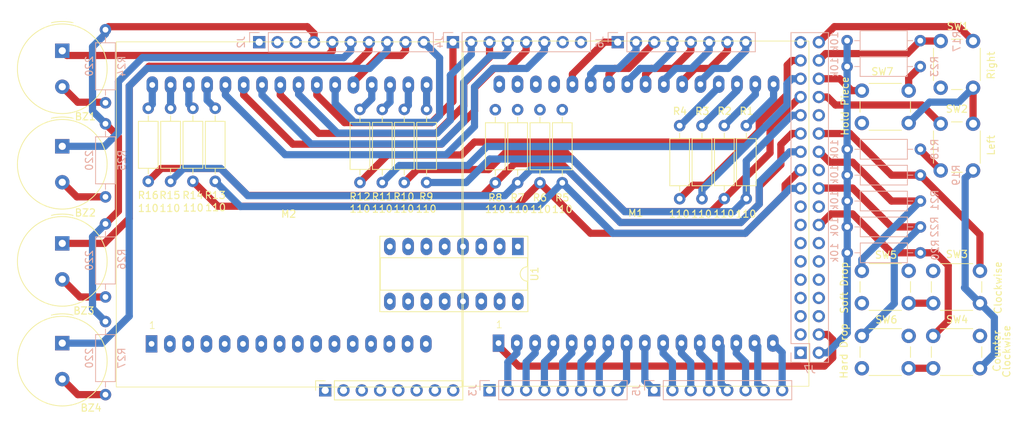
<source format=kicad_pcb>
(kicad_pcb (version 20221018) (generator pcbnew)
  (title_block (date "mar. 31 mars 2015"))
  (layers (0 "F.Cu" signal) (31 "B.Cu" signal) (34 "B.Paste" user) (35 "F.Paste" user) (36 "B.SilkS" user "B.Silkscreen") (37 "F.SilkS" user "F.Silkscreen") (38 "B.Mask" user) (39 "F.Mask" user) (44 "Edge.Cuts" user))
  (net 0 "")
  (net 1 "GND")
  (net 2 "/*52")
  (net 3 "/53")
  (net 4 "/50")
  (net 5 "/51")
  (net 6 "/48")
  (net 7 "/49")
  (net 8 "/*46")
  (net 9 "/47")
  (net 10 "/*44")
  (net 11 "/*45")
  (net 12 "/42")
  (net 13 "/43")
  (net 14 "/40")
  (net 15 "/41")
  (net 16 "/38")
  (net 17 "/39")
  (net 18 "/36")
  (net 19 "/37")
  (net 20 "/34")
  (net 21 "/35")
  (net 22 "/32")
  (net 23 "/33")
  (net 24 "/30")
  (net 25 "/31")
  (net 26 "/28")
  (net 27 "/29")
  (net 28 "/26")
  (net 29 "/24")
  (net 30 "/25")
  (net 31 "/22")
  (net 32 "/23")
  (net 33 "+5V")
  (net 34 "/A0")
  (net 35 "/A1")
  (net 36 "/A2")
  (net 37 "/A3")
  (net 38 "/A4")
  (net 39 "/A5")
  (net 40 "/A6")
  (net 41 "/A7")
  (net 42 "/A8")
  (net 43 "/A9")
  (net 44 "/A10")
  (net 45 "/A11")
  (net 46 "/A12")
  (net 47 "/A13")
  (net 48 "/A14")
  (net 49 "/A15")
  (net 50 "/AREF")
  (net 51 "/*13")
  (net 52 "/*12")
  (net 53 "/*11")
  (net 54 "/*10")
  (net 55 "/*9")
  (net 56 "/*8")
  (net 57 "/*7")
  (net 58 "/*6")
  (net 59 "/*5")
  (net 60 "/*4")
  (net 61 "/*3")
  (net 62 "/*2")
  (net 63 "/TX0{slash}1")
  (net 64 "/RX0{slash}0")
  (net 65 "/TX3{slash}14")
  (net 66 "/RX3{slash}15")
  (net 67 "/TX2{slash}16")
  (net 68 "/RX2{slash}17")
  (net 69 "/TX1{slash}18")
  (net 70 "/RX1{slash}19")
  (net 71 "/SDA{slash}20")
  (net 72 "/SCL{slash}21")
  (net 73 "Net-(M1-P_1)")
  (net 74 "Net-(M1-P_2)")
  (net 75 "Net-(M1-P_3)")
  (net 76 "Net-(M1-P_4)")
  (net 77 "Net-(M1-P_5)")
  (net 78 "Net-(M1-P_6)")
  (net 79 "Net-(M1-P_7)")
  (net 80 "Net-(M1-P_8)")
  (net 81 "Net-(M2-P_1)")
  (net 82 "Net-(M2-P_2)")
  (net 83 "Net-(M2-P_3)")
  (net 84 "Net-(M2-P_4)")
  (net 85 "Net-(M2-P_5)")
  (net 86 "Net-(M2-P_6)")
  (net 87 "Net-(M2-P_7)")
  (net 88 "Net-(M2-P_8)")
  (net 89 "Net-(BZ1-+)")
  (net 90 "Net-(BZ2-+)")
  (net 91 "Net-(BZ3-+)")
  (net 92 "Net-(BZ4-+)")
  (net 125 "/27")
  (footprint "Resistor_THT:R_Axial_DIN0207_L6.3mm_D2.5mm_P10.16mm_Horizontal" (layer "F.Cu") (at 107.1 91.4 -90)
    (fp_text reference "R13")
    (fp_text value "110")
  )
  (footprint "Resistor_THT:R_Axial_DIN0207_L6.3mm_D2.5mm_P10.16mm_Horizontal" (layer "F.Cu") (at 104 91.4 -90)
    (fp_text reference "R14")
    (fp_text value "110")
  )
  (footprint "Button_Switch_THT:SW_PUSH_6mm_H4.3mm" (layer "F.Cu") (at 206.807 114)
    (fp_text reference "SW3")
    (fp_text value "SW_Push")
  )
  (footprint "Button_Switch_THT:SW_PUSH_6mm_H4.3mm" (layer "F.Cu") (at 196.907 123.05)
    (fp_text reference "SW6")
    (fp_text value "SW_Push")
  )
  (footprint "Resistor_THT:R_Axial_DIN0207_L6.3mm_D2.5mm_P10.16mm_Horizontal" (layer "F.Cu") (at 177.8 103.96 90)
    (fp_text reference "R2")
    (fp_text value "110")
  )
  (footprint "Resistor_THT:R_Axial_DIN0207_L6.3mm_D2.5mm_P10.16mm_Horizontal" (layer "F.Cu") (at 174.7 103.98 90)
    (fp_text reference "R3")
    (fp_text value "110")
  )
  (footprint "Resistor_THT:R_Axial_DIN0207_L6.3mm_D2.5mm_P10.16mm_Horizontal" (layer "F.Cu") (at 100.9 91.4 -90)
    (fp_text reference "R15")
    (fp_text value "110")
  )
  (footprint "Button_Switch_THT:SW_PUSH_6mm_H4.3mm" (layer "F.Cu") (at 196.907 114)
    (fp_text reference "SW5")
    (fp_text value "SW_Push")
  )
  (footprint "RGBMatrix:RGBMatrix" (layer "F.Cu") (at 165.547 106.06)
    (fp_text reference "M1")
    (fp_text value "RGBMatrix")
  )
  (footprint "Button_Switch_THT:SW_PUSH_6mm_H4.3mm" (layer "F.Cu") (at 206.807 123.05)
    (fp_text reference "SW4")
    (fp_text value "SW_Push")
  )
  (footprint "Resistor_THT:R_Axial_DIN0207_L6.3mm_D2.5mm_P10.16mm_Horizontal" (layer "F.Cu") (at 155.3 91.6 -90)
    (fp_text reference "R5")
    (fp_text value "110")
  )
  (footprint "Buzzer_Beeper:Buzzer_TDK_PS1240P02BT_D12.2mm_H6.5mm" (layer "F.Cu") (at 85.857 124.06 -90)
    (fp_text reference "BZ4")
    (fp_text value "Passive Buzzer")
  )
  (footprint "Button_Switch_THT:SW_PUSH_6mm_H4.3mm" (layer "F.Cu") (at 196.907 88.95)
    (fp_text reference "SW7")
    (fp_text value "SW_Push")
  )
  (footprint "RGBMatrix:RGBMatrix" (layer "F.Cu") (at 117.357 106.16)
    (fp_text reference "M2")
    (fp_text value "RGBMatrix")
  )
  (footprint "Buzzer_Beeper:Buzzer_TDK_PS1240P02BT_D12.2mm_H6.5mm" (layer "F.Cu") (at 85.857 110.189216 -90)
    (fp_text reference "BZ3")
    (fp_text value "Passive Buzzer")
  )
  (footprint "Connector_PinSocket_2.54mm:PinSocket_1x08_P2.54mm_Vertical" (layer "F.Cu") (at 122.375 130.625 90)
    (fp_text reference "J1" hide)
    (fp_text value "Power")
  )
  (footprint "Buzzer_Beeper:Buzzer_TDK_PS1240P02BT_D12.2mm_H6.5mm" (layer "F.Cu") (at 85.857 83.40843 -90)
    (fp_text reference "BZ1")
    (fp_text value "Passive Buzzer")
  )
  (footprint "Resistor_THT:R_Axial_DIN0207_L6.3mm_D2.5mm_P10.16mm_Horizontal" (layer "F.Cu") (at 130.3 101.72 90)
    (fp_text reference "R11")
    (fp_text value "110")
  )
  (footprint "Resistor_THT:R_Axial_DIN0207_L6.3mm_D2.5mm_P10.16mm_Horizontal" (layer "F.Cu") (at 127.2 101.72 90)
    (fp_text reference "R12")
    (fp_text value "110")
  )
  (footprint "Resistor_THT:R_Axial_DIN0207_L6.3mm_D2.5mm_P10.16mm_Horizontal" (layer "F.Cu") (at 180.857 103.97 90)
    (fp_text reference "R1")
    (fp_text value "110")
  )
  (footprint "Resistor_THT:R_Axial_DIN0207_L6.3mm_D2.5mm_P10.16mm_Horizontal" (layer "F.Cu") (at 97.8 91.4 -90)
    (fp_text reference "R16")
    (fp_text value "110")
  )
  (footprint "Resistor_THT:R_Axial_DIN0207_L6.3mm_D2.5mm_P10.16mm_Horizontal" (layer "F.Cu") (at 136.457 101.72 90)
    (fp_text reference "R9")
    (fp_text value "110")
  )
  (footprint "Resistor_THT:R_Axial_DIN0207_L6.3mm_D2.5mm_P10.16mm_Horizontal" (layer "F.Cu") (at 133.357 101.72 90)
    (fp_text reference "R10")
    (fp_text value "110")
  )
  (footprint "Resistor_THT:R_Axial_DIN0207_L6.3mm_D2.5mm_P10.16mm_Horizontal" (layer "F.Cu") (at 149.1 91.6 -90)
    (fp_text reference "R7")
    (fp_text value "110")
  )
  (footprint "Resistor_THT:R_Axial_DIN0207_L6.3mm_D2.5mm_P10.16mm_Horizontal" (layer "F.Cu") (at 152.2 91.6 -90)
    (fp_text reference "R6")
    (fp_text value "110")
  )
  (footprint "Button_Switch_THT:SW_PUSH_6mm_H4.3mm" (layer "F.Cu") (at 207.85 100.05 90)
    (fp_text reference "SW2")
    (fp_text value "SW_Push")
  )
  (footprint "Buzzer_Beeper:Buzzer_TDK_PS1240P02BT_D12.2mm_H6.5mm" (layer "F.Cu") (at 85.857 96.689216 -90)
    (fp_text reference "BZ2")
    (fp_text value "Passive Buzzer")
  )
  (footprint "Button_Switch_THT:SW_PUSH_6mm_H4.3mm" (layer "F.Cu") (at 207.85 88.55 90)
    (fp_text reference "SW1")
    (fp_text value "SW_Push")
  )
  (footprint "Resistor_THT:R_Axial_DIN0207_L6.3mm_D2.5mm_P10.16mm_Horizontal" (layer "F.Cu") (at 171.6 103.98 90)
    (fp_text reference "R4")
    (fp_text value "110")
  )
  (footprint "Package_DIP:DIP-16_W7.62mm_Socket_LongPads" (layer "F.Cu") (at 149.13 110.63 -90)
    (fp_text reference "U1")
    (fp_text value "74AHC595")
  )
  (footprint "Resistor_THT:R_Axial_DIN0207_L6.3mm_D2.5mm_P10.16mm_Horizontal" (layer "F.Cu") (at 146 91.6 -90)
    (fp_text reference "R8")
    (fp_text value "110")
  )
  (footprint "Connector_PinHeader_2.54mm:PinHeader_2x18_P2.54mm_Vertical" (layer "B.Cu") (at 188.392 125.395)
    (fp_text reference "J7")
    (fp_text value "Digital")
  )
  (footprint "Resistor_THT:R_Axial_DIN0207_L6.3mm_D2.5mm_P10.16mm_Horizontal" (layer "B.Cu") (at 91.857 121.06 -90)
    (fp_text reference "R27")
    (fp_text value "220")
  )
  (footprint "Connector_PinHeader_2.54mm:PinHeader_1x10_P2.54mm_Vertical" (layer "B.Cu") (at 113.207 82.21 -90)
    (fp_text reference "J2")
    (fp_text value "PWM")
  )
  (footprint "Resistor_THT:R_Axial_DIN0207_L6.3mm_D2.5mm_P10.16mm_Horizontal" (layer "B.Cu") (at 194.877 100.7)
    (fp_text reference "R19")
    (fp_text value "10k")
  )
  (footprint "Resistor_THT:R_Axial_DIN0207_L6.3mm_D2.5mm_P10.16mm_Horizontal" (layer "B.Cu") (at 91.857 93.56 -90)
    (fp_text reference "R25")
    (fp_text value "220")
  )
  (footprint "Resistor_THT:R_Axial_DIN0207_L6.3mm_D2.5mm_P10.16mm_Horizontal" (layer "B.Cu") (at 194.877 97.1)
    (fp_text reference "R18")
    (fp_text value "10k")
  )
  (footprint "Resistor_THT:R_Axial_DIN0207_L6.3mm_D2.5mm_P10.16mm_Horizontal" (layer "B.Cu") (at 194.857 82)
    (fp_text reference "R17")
    (fp_text value "10k")
  )
  (footprint "Resistor_THT:R_Axial_DIN0207_L6.3mm_D2.5mm_P10.16mm_Horizontal" (layer "B.Cu") (at 91.857 107.48 -90)
    (fp_text reference "R26")
    (fp_text value "220")
  )
  (footprint "Connector_PinHeader_2.54mm:PinHeader_1x08_P2.54mm_Vertical" (layer "B.Cu") (at 168.057 130.6 -90)
    (fp_text reference "J5")
    (fp_text value "Analog")
  )
  (footprint "Resistor_THT:R_Axial_DIN0207_L6.3mm_D2.5mm_P10.16mm_Horizontal" (layer "B.Cu") (at 205.037 107.9 180)
    (fp_text reference "R22")
    (fp_text value "10k")
  )
  (footprint "Resistor_THT:R_Axial_DIN0207_L6.3mm_D2.5mm_P10.16mm_Horizontal" (layer "B.Cu") (at 205.017 85.6 180)
    (fp_text reference "R23")
    (fp_text value "10k")
  )
  (footprint "Resistor_THT:R_Axial_DIN0207_L6.3mm_D2.5mm_P10.16mm_Horizontal" (layer "B.Cu") (at 91.857 80.48 -90)
    (fp_text reference "R24")
    (fp_text value "220")
  )
  (footprint "Connector_PinHeader_2.54mm:PinHeader_1x08_P2.54mm_Vertical" (layer "B.Cu") (at 140.117 82.21 -90)
    (fp_text reference "J4")
    (fp_text value "PWM")
  )
  (footprint "Resistor_THT:R_Axial_DIN0207_L6.3mm_D2.5mm_P10.16mm_Horizontal" (layer "B.Cu") (at 194.877 104.3)
    (fp_text reference "R21")
    (fp_text value "10k")
  )
  (footprint "Resistor_THT:R_Axial_DIN0207_L6.3mm_D2.5mm_P10.16mm_Horizontal" (layer "B.Cu") (at 194.877 111.5)
    (fp_text reference "R20")
    (fp_text value "10k")
  )
  (footprint "Connector_PinHeader_2.54mm:PinHeader_1x08_P2.54mm_Vertical" (layer "B.Cu") (at 162.997 82.21 -90)
    (fp_text reference "J6")
    (fp_text value "Communication")
  )
  (footprint "Connector_PinHeader_2.54mm:PinHeader_1x08_P2.54mm_Vertical" (layer "B.Cu") (at 145.197 130.6 -90)
    (fp_text reference "J3")
    (fp_text value "Analog")
  )
  (segment (start 120.827 81.007919) (end 119.879081 80.06) (width 1) (layer "F.Cu") (net 1))
  (segment (start 119.879081 80.06) (end 92.277 80.06) (width 1) (layer "F.Cu") (net 1))
  (segment (start 92.277 80.06) (end 91.857 80.48) (width 1) (layer "F.Cu") (net 1))
  (segment (start 93.657 95.36) (end 93.657 105.68) (width 1) (layer "F.Cu") (net 1))
  (segment (start 91.857 93.56) (end 93.657 95.36) (width 1) (layer "F.Cu") (net 1))
  (segment (start 93.657 105.68) (end 91.857 107.48) (width 1) (layer "F.Cu") (net 1))
  (segment (start 120.827 82.21) (end 120.827 81.007919) (width 1) (layer "F.Cu") (net 1))
  (segment (start 194.877 122.652081) (end 194.877 111.5) (width 1) (layer "B.Cu") (net 1))
  (segment (start 90.057 119.26) (end 91.857 121.06) (width 1) (layer "B.Cu") (net 1))
  (segment (start 194.857 85.6) (end 194.857 97.08) (width 1) (layer "B.Cu") (net 1))
  (segment (start 194.857 97.08) (end 194.877 97.1) (width 1) (layer "B.Cu") (net 1))
  (segment (start 91.857 107.48) (end 90.057 109.28) (width 1) (layer "B.Cu") (net 1))
  (segment (start 192.134081 125.395) (end 194.877 122.652081) (width 1) (layer "B.Cu") (net 1))
  (segment (start 90.057 109.28) (end 90.057 119.26) (width 1) (layer "B.Cu") (net 1))
  (segment (start 91.857 81.06) (end 90.057 82.86) (width 1) (layer "B.Cu") (net 1))
  (segment (start 194.857 82) (end 194.857 85.6) (width 1) (layer "B.Cu") (net 1))
  (segment (start 194.877 100.7) (end 194.877 104.3) (width 1) (layer "B.Cu") (net 1))
  (segment (start 194.877 97.1) (end 194.877 100.7) (width 1) (layer "B.Cu") (net 1))
  (segment (start 90.057 82.86) (end 90.057 91.76) (width 1) (layer "B.Cu") (net 1))
  (segment (start 190.932 125.395) (end 192.134081 125.395) (width 1) (layer "B.Cu") (net 1))
  (segment (start 194.877 104.3) (end 194.877 107.9) (width 1) (layer "B.Cu") (net 1))
  (segment (start 91.857 80.48) (end 91.857 81.06) (width 1) (layer "B.Cu") (net 1))
  (segment (start 90.057 91.76) (end 91.857 93.56) (width 1) (layer "B.Cu") (net 1))
  (segment (start 194.877 107.9) (end 194.877 111.5) (width 1) (layer "B.Cu") (net 1))
  (segment (start 192.134081 122.855) (end 192.857 123.577919) (width 1) (layer "F.Cu") (net 3))
  (segment (start 192.857 123.577919) (end 192.857 126.086296) (width 1) (layer "F.Cu") (net 3))
  (segment (start 191.693296 127.25) (end 149.231416 127.25) (width 1) (layer "F.Cu") (net 3))
  (segment (start 192.857 126.086296) (end 191.693296 127.25) (width 1) (layer "F.Cu") (net 3))
  (segment (start 149.231416 127.25) (end 146.447 124.465584) (width 1) (layer "F.Cu") (net 3))
  (segment (start 190.932 122.855) (end 192.134081 122.855) (width 1) (layer "F.Cu") (net 3))
  (segment (start 146.447 124.465584) (end 146.447 124.06) (width 1) (layer "F.Cu") (net 3))
  (segment (start 190.932 117.775) (end 191.296721 117.775) (width 1) (layer "F.Cu") (net 7))
  (segment (start 208.9 120.957) (end 206.807 123.05) (width 1) (layer "F.Cu") (net 15))
  (segment (start 192.6 106.1) (end 191.085 107.615) (width 1) (layer "F.Cu") (net 15))
  (segment (start 201.022585 111.5) (end 195.622585 106.1) (width 1) (layer "F.Cu") (net 15))
  (segment (start 191.085 107.615) (end 190.932 107.615) (width 1) (layer "F.Cu") (net 15))
  (segment (start 205.037 111.5) (end 207.135428 111.5) (width 1) (layer "F.Cu") (net 15))
  (segment (start 195.622585 106.1) (end 192.6 106.1) (width 1) (layer "F.Cu") (net 15))
  (segment (start 205.037 111.5) (end 201.022585 111.5) (width 1) (layer "F.Cu") (net 15))
  (segment (start 208.9 113.264572) (end 208.9 120.957) (width 1) (layer "F.Cu") (net 15))
  (segment (start 207.135428 111.5) (end 208.9 113.264572) (width 1) (layer "F.Cu") (net 15))
  (segment (start 155.3 101.76) (end 152 105.06) (width 1) (layer "B.Cu") (net 18))
  (segment (start 188.392 102.535) (end 186.958905 102.535) (width 1) (layer "B.Cu") (net 18))
  (segment (start 180.713905 108.78) (end 162.32 108.78) (width 1) (layer "B.Cu") (net 18))
  (segment (start 110.6 105.06) (end 107.1 101.56) (width 1) (layer "B.Cu") (net 18))
  (segment (start 186.958905 102.535) (end 180.713905 108.78) (width 1) (layer "B.Cu") (net 18))
  (segment (start 152 105.06) (end 110.6 105.06) (width 1) (layer "B.Cu") (net 18))
  (segment (start 162.32 108.78) (end 155.3 101.76) (width 1) (layer "B.Cu") (net 18))
  (segment (start 190.967 102.5) (end 190.932 102.535) (width 1) (layer "F.Cu") (net 19))
  (segment (start 195.622585 102.5) (end 190.967 102.5) (width 1) (layer "F.Cu") (net 19))
  (segment (start 205.037 107.9) (end 201.022585 107.9) (width 1) (layer "F.Cu") (net 19))
  (segment (start 201.022585 107.9) (end 195.622585 102.5) (width 1) (layer "F.Cu") (net 19))
  (segment (start 201.407 111.53) (end 201.407 118.55) (width 1) (layer "B.Cu") (net 19))
  (segment (start 205.037 107.9) (end 201.407 111.53) (width 1) (layer "B.Cu") (net 19))
  (segment (start 201.407 118.55) (end 196.907 123.05) (width 1) (layer "B.Cu") (net 19))
  (segment (start 186.25 102.060704) (end 186.25 103.243905) (width 1) (layer "F.Cu") (net 20))
  (segment (start 159.22 108.78) (end 152.2 101.76) (width 1) (layer "F.Cu") (net 20))
  (segment (start 148.94 105.02) (end 107.46 105.02) (width 1) (layer "F.Cu") (net 20))
  (segment (start 180.713905 108.78) (end 159.22 108.78) (width 1) (layer "F.Cu") (net 20))
  (segment (start 188.392 99.995) (end 188.315704 99.995) (width 1) (layer "F.Cu") (net 20))
  (segment (start 186.25 103.243905) (end 180.713905 108.78) (width 1) (layer "F.Cu") (net 20))
  (segment (start 107.46 105.02) (end 104 101.56) (width 1) (layer "F.Cu") (net 20))
  (segment (start 188.315704 99.995) (end 186.25 102.060704) (width 1) (layer "F.Cu") (net 20))
  (segment (start 152.2 101.76) (end 148.94 105.02) (width 1) (layer "F.Cu") (net 20))
  (segment (start 182.657 104.715585) (end 180.092585 107.28) (width 1) (layer "B.Cu") (net 22))
  (segment (start 156.045585 99.96) (end 150.9 99.96) (width 1) (layer "B.Cu") (net 22))
  (segment (start 186.895 97.455) (end 182.657 101.693) (width 1) (layer "B.Cu") (net 22))
  (segment (start 149.1 101.76) (end 147.3 103.56) (width 1) (layer "B.Cu") (net 22))
  (segment (start 147.3 103.56) (end 111.645585 103.56) (width 1) (layer "B.Cu") (net 22))
  (segment (start 150.9 99.96) (end 149.1 101.76) (width 1) (layer "B.Cu") (net 22))
  (segment (start 107.845585 99.76) (end 102.7 99.76) (width 1) (layer "B.Cu") (net 22))
  (segment (start 102.7 99.76) (end 100.9 101.56) (width 1) (layer "B.Cu") (net 22))
  (segment (start 180.092585 107.28) (end 163.365585 107.28) (width 1) (layer "B.Cu") (net 22))
  (segment (start 182.657 101.693) (end 182.657 104.715585) (width 1) (layer "B.Cu") (net 22))
  (segment (start 111.645585 103.56) (end 107.845585 99.76) (width 1) (layer "B.Cu") (net 22))
  (segment (start 163.365585 107.28) (end 156.045585 99.96) (width 1) (layer "B.Cu") (net 22))
  (segment (start 188.392 97.455) (end 186.895 97.455) (width 1) (layer "B.Cu") (net 22))
  (segment (start 191.008296 97.455) (end 190.932 97.455) (width 1) (layer "F.Cu") (net 23))
  (segment (start 192.453296 98.9) (end 191.008296 97.455) (width 1) (layer "F.Cu") (net 23))
  (segment (start 201.022585 104.3) (end 195.622585 98.9) (width 1) (layer "F.Cu") (net 23))
  (segment (start 195.622585 98.9) (end 192.453296 98.9) (width 1) (layer "F.Cu") (net 23))
  (segment (start 205.037 104.3) (end 201.022585 104.3) (width 1) (layer "F.Cu") (net 23))
  (segment (start 205.037 104.3) (end 196.907 112.43) (width 1) (layer "B.Cu") (net 23))
  (segment (start 196.907 112.43) (end 196.907 114) (width 1) (layer "B.Cu") (net 23))
  (segment (start 148.66 99.1) (end 146 101.76) (width 1) (layer "F.Cu") (net 24))
  (segment (start 111.605585 103.52) (end 107.845585 99.76) (width 1) (layer "F.Cu") (net 24))
  (segment (start 187.189919 94.915) (end 185.657 96.447919) (width 1) (layer "F.Cu") (net 24))
  (segment (start 182.657 102.242998) (end 182.657 104.715585) (width 1) (layer "F.Cu") (net 24))
  (segment (start 146 101.76) (end 144.24 103.52) (width 1) (layer "F.Cu") (net 24))
  (segment (start 163.365585 107.28) (end 155.185585 99.1) (width 1) (layer "F.Cu") (net 24))
  (segment (start 144.24 103.52) (end 111.605585 103.52) (width 1) (layer "F.Cu") (net 24))
  (segment (start 182.657 104.715585) (end 180.092585 107.28) (width 1) (layer "F.Cu") (net 24))
  (segment (start 99.6 99.76) (end 97.8 101.56) (width 1) (layer "F.Cu") (net 24))
  (segment (start 180.092585 107.28) (end 163.365585 107.28) (width 1) (layer "F.Cu") (net 24))
  (segment (start 155.185585 99.1) (end 148.66 99.1) (width 1) (layer "F.Cu") (net 24))
  (segment (start 185.657 96.447919) (end 185.657 99.242998) (width 1) (layer "F.Cu") (net 24))
  (segment (start 185.657 99.242998) (end 182.657 102.242998) (width 1) (layer "F.Cu") (net 24))
  (segment (start 107.845585 99.76) (end 99.6 99.76) (width 1) (layer "F.Cu") (net 24))
  (segment (start 188.392 94.915) (end 187.189919 94.915) (width 1) (layer "F.Cu") (net 24))
  (segment (start 201.022585 100.7) (end 195.237585 94.915) (width 1) (layer "F.Cu") (net 25))
  (segment (start 205.037 100.7) (end 201.022585 100.7) (width 1) (layer "F.Cu") (net 25))
  (segment (start 213.307 114) (end 213.307 108.97) (width 1) (layer "F.Cu") (net 25))
  (segment (start 213.307 108.97) (end 205.037 100.7) (width 1) (layer "F.Cu") (net 25))
  (segment (start 195.237585 94.915) (end 190.932 94.915) (width 1) (layer "F.Cu") (net 25))
  (segment (start 163.986905 105.78) (end 156.666905 98.46) (width 1) (layer "B.Cu") (net 26))
  (segment (start 180.857 103.97) (end 179.047 105.78) (width 1) (layer "B.Cu") (net 26))
  (segment (start 187.189919 92.375) (end 180.857 98.707919) (width 1) (layer "B.Cu") (net 26))
  (segment (start 179.047 105.78) (end 163.986905 105.78) (width 1) (layer "B.Cu") (net 26))
  (segment (start 188.392 92.375) (end 187.189919 92.375) (width 1) (layer "B.Cu") (net 26))
  (segment (start 180.857 98.707919) (end 180.857 103.97) (width 1) (layer "B.Cu") (net 26))
  (segment (start 145.21132 98.46) (end 141.95132 101.72) (width 1) (layer "B.Cu") (net 26))
  (segment (start 156.666905 98.46) (end 145.21132 98.46) (width 1) (layer "B.Cu") (net 26))
  (segment (start 141.95132 101.72) (end 136.457 101.72) (width 1) (layer "B.Cu") (net 26))
  (segment (start 184.157 97.603) (end 177.8 103.96) (width 1) (layer "F.Cu") (net 28))
  (segment (start 188.315704 89.835) (end 184.157 93.993704) (width 1) (layer "F.Cu") (net 28))
  (segment (start 188.392 89.835) (end 188.315704 89.835) (width 1) (layer "F.Cu") (net 28))
  (segment (start 184.157 93.993704) (end 184.157 97.603) (width 1) (layer "F.Cu") (net 28))
  (segment (start 147.391953 97.6) (end 145.071953 99.92) (width 1) (layer "F.Cu") (net 28))
  (segment (start 163.986905 105.78) (end 155.806905 97.6) (width 1) (layer "F.Cu") (net 28))
  (segment (start 175.98 105.78) (end 163.986905 105.78) (width 1) (layer "F.Cu") (net 28))
  (segment (start 177.8 103.96) (end 175.98 105.78) (width 1) (layer "F.Cu") (net 28))
  (segment (start 145.071953 99.92) (end 135.157 99.92) (width 1) (layer "F.Cu") (net 28))
  (segment (start 135.157 99.92) (end 133.357 101.72) (width 1) (layer "F.Cu") (net 28))
  (segment (start 155.806905 97.6) (end 147.391953 97.6) (width 1) (layer "F.Cu") (net 28))
  (segment (start 181.7218 95.7218) (end 180.7218 96.7218) (width 1) (layer "B.Cu") (net 29))
  (segment (start 144.8282 96.7218) (end 180.7218 96.7218) (width 1) (layer "B.Cu") (net 29))
  (segment (start 142.19 99.36) (end 144.8282 96.7218) (width 1) (layer "B.Cu") (net 29))
  (segment (start 188.392 87.295) (end 187.189919 87.295) (width 1) (layer "B.Cu") (net 29))
  (segment (start 130.3 101.72) (end 132.66 99.36) (width 1) (layer "B.Cu") (net 29))
  (segment (start 187.189919 87.295) (end 186.5 87.984919) (width 1) (layer "B.Cu") (net 29))
  (segment (start 186.5 90.943599) (end 181.7218 95.7218) (width 1) (layer "B.Cu") (net 29))
  (segment (start 181.7218 95.7218) (end 181.6436 95.8) (width 1) (layer "B.Cu") (net 29))
  (segment (start 186.5 87.984919) (end 186.5 90.943599) (width 1) (layer "B.Cu") (net 29))
  (segment (start 174.7 102.743599) (end 174.7 103.98) (width 1) (layer "B.Cu") (net 29))
  (segment (start 180.7218 96.7218) (end 174.7 102.743599) (width 1) (layer "B.Cu") (net 29))
  (segment (start 132.66 99.36) (end 142.19 99.36) (width 1) (layer "B.Cu") (net 29))
  (segment (start 196.907 88.95) (end 195.492787 88.95) (width 1) (layer "F.Cu") (net 30))
  (segment (start 193.837787 87.295) (end 190.932 87.295) (width 1) (layer "F.Cu") (net 30))
  (segment (start 195.492787 88.95) (end 193.837787 87.295) (width 1) (layer "F.Cu") (net 30))
  (segment (start 203.407 88.95) (end 203.407 87.21) (width 1) (layer "F.Cu") (net 30))
  (segment (start 203.407 87.21) (end 205.017 85.6) (width 1) (layer "F.Cu") (net 30))
  (segment (start 173.48 102.1) (end 171.6 103.98) (width 1) (layer "F.Cu") (net 31))
  (segment (start 188.392 84.755) (end 187.189919 84.755) (width 1) (layer "F.Cu") (net 31))
  (segment (start 184.039692 91.989692) (end 182.657 93.372384) (width 1) (layer "F.Cu") (net 31))
  (segment (start 187.189919 84.755) (end 186.542 85.402919) (width 1) (layer "F.Cu") (net 31))
  (segment (start 181.1 96.1) (end 143.1 96.1) (width 1) (layer "F.Cu") (net 31))
  (segment (start 127.2 101.72) (end 131.028047 97.891953) (width 1) (layer "F.Cu") (net 31))
  (segment (start 182.657 93.372384) (end 182.657 94.555585) (width 1) (layer "F.Cu") (net 31))
  (segment (start 175.112585 102.1) (end 173.48 102.1) (width 1) (layer "F.Cu") (net 31))
  (segment (start 181.106293 96.106293) (end 181.1 96.1) (width 1) (layer "F.Cu") (net 31))
  (segment (start 141.308047 97.891953) (end 142.6 96.6) (width 1) (layer "F.Cu") (net 31))
  (segment (start 186.542 85.402919) (end 186.542 89.487384) (width 1) (layer "F.Cu") (net 31))
  (segment (start 186.542 89.487384) (end 184.039692 91.989692) (width 1) (layer "F.Cu") (net 31))
  (segment (start 131.028047 97.891953) (end 141.308047 97.891953) (width 1) (layer "F.Cu") (net 31))
  (segment (start 181.106293 96.106293) (end 175.112585 102.1) (width 1) (layer "F.Cu") (net 31))
  (segment (start 182.657 94.555585) (end 181.106293 96.106293) (width 1) (layer "F.Cu") (net 31))
  (segment (start 143.1 96.1) (end 142.6 96.6) (width 1) (layer "F.Cu") (net 31))
  (segment (start 191.887 83.8) (end 203.217 83.8) (width 1) (layer "F.Cu") (net 32))
  (segment (start 207.75 82.05) (end 205.067 82.05) (width 1) (layer "F.Cu") (net 32))
  (segment (start 203.217 83.8) (end 205.017 82) (width 1) (layer "F.Cu") (net 32))
  (segment (start 190.932 84.755) (end 191.887 83.8) (width 1) (layer "F.Cu") (net 32))
  (segment (start 205.067 82.05) (end 205.017 82) (width 1) (layer "F.Cu") (net 32))
  (segment (start 206.807 118.5) (end 203.407 118.5) (width 1) (layer "F.Cu") (net 33))
  (segment (start 212.35 82.05) (end 210.35 80.05) (width 1) (layer "F.Cu") (net 33))
  (segment (start 206.807 127.55) (end 203.407 127.55) (width 1) (layer "F.Cu") (net 33))
  (segment (start 212.35 88.55) (end 212.35 93.55) (width 1) (layer "F.Cu") (net 33))
  (segment (start 210.35 80.05) (end 193.097 80.05) (width 1) (layer "F.Cu") (net 33))
  (segment (start 193.097 80.05) (end 190.932 82.215) (width 1) (layer "F.Cu") (net 33))
  (segment (start 215.307 125.55) (end 213.307 127.55) (width 1) (layer "B.Cu") (net 33))
  (segment (start 211.35 101.05) (end 212.35 100.05) (width 1) (layer "B.Cu") (net 33))
  (segment (start 215.307 120.5) (end 215.307 125.55) (width 1) (layer "B.Cu") (net 33))
  (segment (start 211.25 101.05) (end 211.25 116.443) (width 1) (layer "B.Cu") (net 33))
  (segment (start 211.25 116.443) (end 213.307 118.5) (width 1) (layer "B.Cu") (net 33))
  (segment (start 213.307 118.5) (end 215.307 120.5) (width 1) (layer "B.Cu") (net 33))
  (segment (start 211.15 116.343) (end 213.307 118.5) (width 1) (layer "B.Cu") (net 33))
  (segment (start 210.35 90.55) (end 212.35 88.55) (width 1) (layer "B.Cu") (net 33))
  (segment (start 206.307 90.55) (end 210.35 90.55) (width 1) (layer "B.Cu") (net 33))
  (segment (start 203.407 93.45) (end 206.307 90.55) (width 1) (layer "B.Cu") (net 33))
  (segment (start 211.25 101.05) (end 211.35 101.05) (width 1) (layer "B.Cu") (net 33))
  (segment (start 147.737 126.71) (end 147.737 130.6) (width 1) (layer "B.Cu") (net 35))
  (segment (start 148.987 124.06) (end 148.987 125.46) (width 1) (layer "B.Cu") (net 35))
  (segment (start 148.987 125.46) (end 147.737 126.71) (width 1) (layer "B.Cu") (net 35))
  (segment (start 151.527 125.46) (end 150.277 126.71) (width 1) (layer "B.Cu") (net 36))
  (segment (start 150.277 126.71) (end 150.277 130.6) (width 1) (layer "B.Cu") (net 36))
  (segment (start 151.527 124.06) (end 151.527 125.46) (width 1) (layer "B.Cu") (net 36))
  (segment (start 152.817 126.71) (end 152.817 130.6) (width 1) (layer "B.Cu") (net 37))
  (segment (start 154.067 125.46) (end 152.817 126.71) (width 1) (layer "B.Cu") (net 37))
  (segment (start 154.067 124.06) (end 154.067 125.46) (width 1) (layer "B.Cu") (net 37))
  (segment (start 155.357 126.71) (end 155.357 130.6) (width 1) (layer "B.Cu") (net 38))
  (segment (start 156.607 124.06) (end 156.607 125.46) (width 1) (layer "B.Cu") (net 38))
  (segment (start 156.607 125.46) (end 155.357 126.71) (width 1) (layer "B.Cu") (net 38))
  (segment (start 159.147 124.06) (end 159.147 125.46) (width 1) (layer "B.Cu") (net 39))
  (segment (start 157.897 126.71) (end 157.897 130.6) (width 1) (layer "B.Cu") (net 39))
  (segment (start 159.147 125.46) (end 157.897 126.71) (width 1) (layer "B.Cu") (net 39))
  (segment (start 161.687 125.46) (end 160.437 126.71) (width 1) (layer "B.Cu") (net 40))
  (segment (start 161.687 124.06) (end 161.687 125.46) (width 1) (layer "B.Cu") (net 40))
  (segment (start 160.437 126.71) (end 160.437 130.6) (width 1) (layer "B.Cu") (net 40))
  (segment (start 164.227 129.35) (end 162.977 130.6) (width 1) (layer "B.Cu") (net 41))
  (segment (start 164.227 124.06) (end 164.227 129.35) (width 1) (layer "B.Cu") (net 41))
  (segment (start 168.057 130.6) (end 166.767 129.31) (width 1) (layer "B.Cu") (net 42))
  (segment (start 166.767 129.31) (end 166.767 124.06) (width 1) (layer "B.Cu") (net 42))
  (segment (start 169.307 125.46) (end 170.597 126.75) (width 1) (layer "B.Cu") (net 43))
  (segment (start 169.307 124.06) (end 169.307 125.46) (width 1) (layer "B.Cu") (net 43))
  (segment (start 170.597 126.75) (end 170.597 130.6) (width 1) (layer "B.Cu") (net 43))
  (segment (start 171.847 125.46) (end 173.137 126.75) (width 1) (layer "B.Cu") (net 44))
  (segment (start 173.137 126.75) (end 173.137 130.6) (width 1) (layer "B.Cu") (net 44))
  (segment (start 171.847 124.06) (end 171.847 125.46) (width 1) (layer "B.Cu") (net 44))
  (segment (start 174.387 125.46) (end 175.677 126.75) (width 1) (layer "B.Cu") (net 45))
  (segment (start 175.677 126.75) (end 175.677 130.6) (width 1) (layer "B.Cu") (net 45))
  (segment (start 174.387 124.06) (end 174.387 125.46) (width 1) (layer "B.Cu") (net 45))
  (segment (start 177.367 124.5) (end 176.927 124.06) (width 1) (layer "B.Cu") (net 46))
  (segment (start 178.217 130.6) (end 177.367 129.75) (width 1) (layer "B.Cu") (net 46))
  (segment (start 177.367 129.75) (end 177.367 124.5) (width 1) (layer "B.Cu") (net 46))
  (segment (start 180.757 126.75) (end 180.757 130.6) (width 1) (layer "B.Cu") (net 47))
  (segment (start 179.467 125.46) (end 180.757 126.75) (width 1) (layer "B.Cu") (net 47))
  (segment (start 179.467 124.06) (end 179.467 125.46) (width 1) (layer "B.Cu") (net 47))
  (segment (start 182.447 124.5) (end 182.007 124.06) (width 1) (layer "B.Cu") (net 48))
  (segment (start 183.297 130.6) (end 182.447 129.75) (width 1) (layer "B.Cu") (net 48))
  (segment (start 182.447 129.75) (end 182.447 124.5) (width 1) (layer "B.Cu") (net 48))
  (segment (start 185.837 125.35) (end 185.837 130.6) (width 1) (layer "B.Cu") (net 49))
  (segment (start 184.547 124.06) (end 185.837 125.35) (width 1) (layer "B.Cu") (net 49))
  (segment (start 86.50857 84.06) (end 85.857 83.40843) (width 1) (layer "F.Cu") (net 51))
  (segment (start 123.367 82.21) (end 123.367 83.412081) (width 1) (layer "F.Cu") (net 51))
  (segment (start 123.367 83.412081) (end 122.719081 84.06) (width 1) (layer "F.Cu") (net 51))
  (segment (start 122.719081 84.06) (end 86.50857 84.06) (width 1) (layer "F.Cu") (net 51))
  (segment (start 91.727784 96.689216) (end 85.857 96.689216) (width 1) (layer "B.Cu") (net 52))
  (segment (start 124.959081 84.36) (end 96.990096 84.36) (width 1) (layer "B.Cu") (net 52))
  (segment (start 125.907 82.21) (end 125.907 83.412081) (width 1) (layer "B.Cu") (net 52))
  (segment (start 125.907 83.412081) (end 124.959081 84.36) (width 1) (layer "B.Cu") (net 52))
  (segment (start 93.657 87.693096) (end 93.657 94.76) (width 1) (layer "B.Cu") (net 52))
  (segment (start 96.990096 84.36) (end 93.657 87.693096) (width 1) (layer "B.Cu") (net 52))
  (segment (start 93.657 94.76) (end 91.727784 96.689216) (width 1) (layer "B.Cu") (net 52))
  (segment (start 128.447 82.21) (end 128.447 83.412081) (width 1) (layer "F.Cu") (net 53))
  (segment (start 95.157 88.314416) (end 95.157 106.725585) (width 1) (layer "F.Cu") (net 53))
  (segment (start 126.299081 85.56) (end 97.911416 85.56) (width 1) (layer "F.Cu") (net 53))
  (segment (start 128.447 83.412081) (end 126.299081 85.56) (width 1) (layer "F.Cu") (net 53))
  (segment (start 95.157 106.725585) (end 91.693369 110.189216) (width 1) (layer "F.Cu") (net 53))
  (segment (start 91.693369 110.189216) (end 85.857 110.189216) (width 1) (layer "F.Cu") (net 53))
  (segment (start 97.911416 85.56) (end 95.157 88.314416) (width 1) (layer "F.Cu") (net 53))
  (segment (start 130.987 83.412081) (end 128.539081 85.86) (width 1) (layer "B.Cu") (net 54))
  (segment (start 95.157 88.314416) (end 95.157 120.305585) (width 1) (layer "B.Cu") (net 54))
  (segment (start 91.402585 124.06) (end 85.857 124.06) (width 1) (layer "B.Cu") (net 54))
  (segment (start 128.539081 85.86) (end 97.611416 85.86) (width 1) (layer "B.Cu") (net 54))
  (segment (start 97.611416 85.86) (end 95.157 88.314416) (width 1) (layer "B.Cu") (net 54))
  (segment (start 95.157 120.305585) (end 91.402585 124.06) (width 1) (layer "B.Cu") (net 54))
  (segment (start 130.987 82.21) (end 130.987 83.412081) (width 1) (layer "B.Cu") (net 54))
  (segment (start 132.879081 84.06) (end 133.527 83.412081) (width 1) (layer "F.Cu") (net 55))
  (segment (start 126.297 88.16) (end 126.297 87.754416) (width 1) (layer "F.Cu") (net 55))
  (segment (start 126.297 87.754416) (end 129.991416 84.06) (width 1) (layer "F.Cu") (net 55))
  (segment (start 133.527 83.412081) (end 133.527 82.21) (width 1) (layer "F.Cu") (net 55))
  (segment (start 129.991416 84.06) (end 132.879081 84.06) (width 1) (layer "F.Cu") (net 55))
  (segment (start 138.257 92.41) (end 137.307 93.36) (width 1) (layer "B.Cu") (net 56))
  (segment (start 123.757 90.71) (end 123.757 88.06) (width 1) (layer "B.Cu") (net 56))
  (segment (start 137.307 93.36) (end 126.407 93.36) (width 1) (layer "B.Cu") (net 56))
  (segment (start 136.067 82.21) (end 138.257 84.4) (width 1) (layer "B.Cu") (net 56))
  (segment (start 138.257 84.4) (end 138.257 92.41) (width 1) (layer "B.Cu") (net 56))
  (segment (start 126.407 93.36) (end 123.757 90.71) (width 1) (layer "B.Cu") (net 56))
  (segment (start 140.117 90.445585) (end 140.117 82.21) (width 1) (layer "F.Cu") (net 57))
  (segment (start 137.170632 93.391953) (end 140.117 90.445585) (width 1) (layer "F.Cu") (net 57))
  (segment (start 125.048953 93.391953) (end 137.170632 93.391953) (width 1) (layer "F.Cu") (net 57))
  (segment (start 121.217 88.16) (end 121.217 89.56) (width 1) (layer "F.Cu") (net 57))
  (segment (start 121.217 89.56) (end 125.048953 93.391953) (width 1) (layer "F.Cu") (net 57))
  (segment (start 118.677 89.46) (end 118.677 88.06) (width 1) (layer "B.Cu") (net 58))
  (segment (start 137.92832 94.86) (end 139.757 93.03132) (width 1) (layer "B.Cu") (net 58))
  (segment (start 139.757 93.03132) (end 139.757 86.81) (width 1) (layer "B.Cu") (net 58))
  (segment (start 142.657 83.91) (end 142.657 82.21) (width 1) (layer "B.Cu") (net 58))
  (segment (start 124.077 94.86) (end 118.677 89.46) (width 1) (layer "B.Cu") (net 58))
  (segment (start 139.757 86.81) (end 142.657 83.91) (width 1) (layer "B.Cu") (net 58))
  (segment (start 124.077 94.86) (end 137.92832 94.86) (width 1) (layer "B.Cu") (net 58))
  (segment (start 141.617 87.923096) (end 141.617 91.066905) (width 1) (layer "F.Cu") (net 59))
  (segment (start 116.137 89.56) (end 116.137 88.16) (width 1) (layer "F.Cu") (net 59))
  (segment (start 145.197 84.343096) (end 141.617 87.923096) (width 1) (layer "F.Cu") (net 59))
  (segment (start 137.791952 94.891953) (end 121.468953 94.891953) (width 1) (layer "F.Cu") (net 59))
  (segment (start 121.468953 94.891953) (end 116.137 89.56) (width 1) (layer "F.Cu") (net 59))
  (segment (start 141.617 91.066905) (end 137.791952 94.891953) (width 1) (layer "F.Cu") (net 59))
  (segment (start 145.197 82.21) (end 145.197 84.343096) (width 1) (layer "F.Cu") (net 59))
  (segment (start 141.607 87.81) (end 141.607 93.30264) (width 1) (layer "B.Cu") (net 60))
  (segment (start 113.597 89.56) (end 113.597 88.16) (width 1) (layer "B.Cu") (net 60))
  (segment (start 113.597 88.465584) (end 113.597 88.06) (width 1) (layer "B.Cu") (net 60))
  (segment (start 138.54964 96.36) (end 120.397 96.36) (width 1) (layer "B.Cu") (net 60))
  (segment (start 147.737 82.21) (end 147.737 83.412081) (width 1) (layer "B.Cu") (net 60))
  (segment (start 147.089081 84.06) (end 145.357 84.06) (width 1) (layer "B.Cu") (net 60))
  (segment (start 147.737 83.412081) (end 147.089081 84.06) (width 1) (layer "B.Cu") (net 60))
  (segment (start 141.607 93.30264) (end 138.54964 96.36) (width 1) (layer "B.Cu") (net 60))
  (segment (start 120.397 96.36) (end 113.597 89.56) (width 1) (layer "B.Cu") (net 60))
  (segment (start 145.357 84.06) (end 141.607 87.81) (width 1) (layer "B.Cu") (net 60))
  (segment (start 145.801416 85.86) (end 147.829081 85.86) (width 1) (layer "F.Cu") (net 61))
  (segment (start 117.888953 96.391953) (end 138.508047 96.391953) (width 1) (layer "F.Cu") (net 61))
  (segment (start 143.117 91.783) (end 143.117 88.544416) (width 1) (layer "F.Cu") (net 61))
  (segment (start 111.057 88.16) (end 111.057 89.56) (width 1) (layer "F.Cu") (net 61))
  (segment (start 138.508047 96.391953) (end 143.117 91.783) (width 1) (layer "F.Cu") (net 61))
  (segment (start 147.829081 85.86) (end 150.277 83.412081) (width 1) (layer "F.Cu") (net 61))
  (segment (start 111.057 89.56) (end 117.888953 96.391953) (width 1) (layer "F.Cu") (net 61))
  (segment (start 143.117 88.544416) (end 145.801416 85.86) (width 1) (layer "F.Cu") (net 61))
  (segment (start 150.277 83.412081) (end 150.277 82.21) (width 1) (layer "F.Cu") (net 61))
  (segment (start 143.107 88.43132) (end 145.67832 85.86) (width 1) (layer "B.Cu") (net 62))
  (segment (start 143.107 93.92396) (end 143.107 88.43132) (width 1) (layer "B.Cu") (net 62))
  (segment (start 108.517 88.16) (end 108.517 89.56) (width 1) (layer "B.Cu") (net 62))
  (segment (start 108.517 88.465584) (end 108.517 88.06) (width 1) (layer "B.Cu") (net 62))
  (segment (start 145.67832 85.86) (end 150.369081 85.86) (width 1) (layer "B.Cu") (net 62))
  (segment (start 152.817 83.412081) (end 152.817 82.21) (width 1) (layer "B.Cu") (net 62))
  (segment (start 139.17096 97.86) (end 143.107 93.92396) (width 1) (layer "B.Cu") (net 62))
  (segment (start 108.517 89.56) (end 116.817 97.86) (width 1) (layer "B.Cu") (net 62))
  (segment (start 150.369081 85.86) (end 152.817 83.412081) (width 1) (layer "B.Cu") (net 62))
  (segment (start 116.817 97.86) (end 139.17096 97.86) (width 1) (layer "B.Cu") (net 62))
  (segment (start 161.147 82.21) (end 156.707 86.65) (width 1) (layer "F.Cu") (net 65))
  (segment (start 162.997 82.21) (end 161.147 82.21) (width 1) (layer "F.Cu") (net 65))
  (segment (start 156.707 86.65) (end 156.707 88.06) (width 1) (layer "F.Cu") (net 65))
  (segment (start 165.537 83.412081) (end 163.089081 85.86) (width 1) (layer "B.Cu") (net 66))
  (segment (start 160.047 85.86) (end 159.247 86.66) (width 1) (layer "B.Cu") (net 66))
  (segment (start 159.247 86.66) (end 159.247 88.06) (width 1) (layer "B.Cu") (net 66))
  (segment (start 165.537 82.21) (end 165.537 83.412081) (width 1) (layer "B.Cu") (net 66))
  (segment (start 163.089081 85.86) (end 160.047 85.86) (width 1) (layer "B.Cu") (net 66))
  (segment (start 168.077 82.286296) (end 164.503296 85.86) (width 1) (layer "F.Cu") (net 67))
  (segment (start 161.787 86.66) (end 161.787 88.06) (width 1) (layer "F.Cu") (net 67))
  (segment (start 168.077 82.21) (end 168.077 82.286296) (width 1) (layer "F.Cu") (net 67))
  (segment (start 164.503296 85.86) (end 162.587 85.86) (width 1) (layer "F.Cu") (net 67))
  (segment (start 162.587 85.86) (end 161.787 86.66) (width 1) (layer "F.Cu") (net 67))
  (segment (start 170.617 83.412081) (end 168.169081 85.86) (width 1) (layer "B.Cu") (net 68))
  (segment (start 166.121416 85.86) (end 164.327 87.654416) (width 1) (layer "B.Cu") (net 68))
  (segment (start 170.617 82.21) (end 170.617 83.412081) (width 1) (layer "B.Cu") (net 68))
  (segment (start 168.169081 85.86) (end 166.121416 85.86) (width 1) (layer "B.Cu") (net 68))
  (segment (start 164.327 87.654416) (end 164.327 88.06) (width 1) (layer "B.Cu") (net 68))
  (segment (start 173.157 82.21) (end 173.157 83.412081) (width 1) (layer "F.Cu") (net 69))
  (segment (start 166.867 86.66) (end 166.867 88.06) (width 1) (layer "F.Cu") (net 69))
  (segment (start 167.667 85.86) (end 166.867 86.66) (width 1) (layer "F.Cu") (net 69))
  (segment (start 170.709081 85.86) (end 167.667 85.86) (width 1) (layer "F.Cu") (net 69))
  (segment (start 173.157 83.412081) (end 170.709081 85.86) (width 1) (layer "F.Cu") (net 69))
  (segment (start 171.057 85.86) (end 169.407 87.51) (width 1) (layer "B.Cu") (net 70))
  (segment (start 173.249081 85.86) (end 171.057 85.86) (width 1) (layer "B.Cu") (net 70))
  (segment (start 169.407 87.51) (end 169.407 88.06) (width 1) (layer "B.Cu") (net 70))
  (segment (start 175.697 83.412081) (end 173.249081 85.86) (width 1) (layer "B.Cu") (net 70))
  (segment (start 175.697 82.21) (end 175.697 83.412081) (width 1) (layer "B.Cu") (net 70))
  (segment (start 173.741416 85.86) (end 171.947 87.654416) (width 1) (layer "F.Cu") (net 71))
  (segment (start 171.947 87.654416) (end 171.947 88.06) (width 1) (layer "F.Cu") (net 71))
  (segment (start 178.237 82.21) (end 178.237 83.412081) (width 1) (layer "F.Cu") (net 71))
  (segment (start 175.789081 85.86) (end 173.741416 85.86) (width 1) (layer "F.Cu") (net 71))
  (segment (start 178.237 83.412081) (end 175.789081 85.86) (width 1) (layer "F.Cu") (net 71))
  (segment (start 176.281416 85.86) (end 174.487 87.654416) (width 1) (layer "B.Cu") (net 72))
  (segment (start 174.487 87.654416) (end 174.487 88.06) (width 1) (layer "B.Cu") (net 72))
  (segment (start 180.777 82.21) (end 180.777 83.412081) (width 1) (layer "B.Cu") (net 72))
  (segment (start 178.329081 85.86) (end 176.281416 85.86) (width 1) (layer "B.Cu") (net 72))
  (segment (start 180.777 83.412081) (end 178.329081 85.86) (width 1) (layer "B.Cu") (net 72))
  (segment (start 184.647 90.02) (end 180.857 93.81) (width 1) (layer "B.Cu") (net 73))
  (segment (start 184.647 88.06) (end 184.647 90.02) (width 1) (layer "B.Cu") (net 73))
  (segment (start 182.107 88.06) (end 182.107 89.493) (width 1) (layer "B.Cu") (net 74))
  (segment (start 182.107 89.493) (end 177.8 93.8) (width 1) (layer "B.Cu") (net 74))
  (segment (start 179.567 88.06) (end 179.567 88.953) (width 1) (layer "B.Cu") (net 75))
  (segment (start 179.567 88.953) (end 174.7 93.82) (width 1) (layer "B.Cu") (net 75))
  (segment (start 171.672584 93.82) (end 177.027 88.465584) (width 1) (layer "B.Cu") (net 76))
  (segment (start 171.6 93.82) (end 171.672584 93.82) (width 1) (layer "B.Cu") (net 76))
  (segment (start 177.027 88.465584) (end 177.027 88.06) (width 1) (layer "B.Cu") (net 76))
  (segment (start 136.457 88.06) (end 136.457 91.56) (width 1) (layer "B.Cu") (net 81))
  (segment (start 133.917 88.06) (end 133.917 91) (width 1) (layer "B.Cu") (net 82))
  (segment (start 133.917 91) (end 133.357 91.56) (width 1) (layer "B.Cu") (net 82))
  (segment (start 131.377 88.06) (end 131.377 90.54) (width 1) (layer "B.Cu") (net 83))
  (segment (start 131.377 90.54) (end 130.357 91.56) (width 1) (layer "B.Cu") (net 83))
  (segment (start 128.837 88.06) (end 128.837 90.08) (width 1) (layer "B.Cu") (net 84))
  (segment (start 128.837 90.08) (end 127.357 91.56) (width 1) (layer "B.Cu") (net 84))
  (segment (start 105.977 90.277) (end 107.1 91.4) (width 1) (layer "B.Cu") (net 85))
  (segment (start 105.977 88.06) (end 105.977 90.277) (width 1) (layer "B.Cu") (net 85))
  (segment (start 103.437 90.837) (end 104 91.4) (width 1) (layer "B.Cu") (net 86))
  (segment (start 103.437 88.06) (end 103.437 90.837) (width 1) (layer "B.Cu") (net 86))
  (segment (start 100.897 88.06) (end 100.897 91.397) (width 1) (layer "B.Cu") (net 87))
  (segment (start 100.897 91.397) (end 100.9 91.4) (width 1) (layer "B.Cu") (net 87))
  (segment (start 98.357 90.843) (end 97.8 91.4) (width 1) (layer "B.Cu") (net 88))
  (segment (start 98.357 88.06) (end 98.357 90.843) (width 1) (layer "B.Cu") (net 88))
  (segment (start 91.857 90.64) (end 91.857 90.56) (width 1) (layer "F.Cu") (net 89))
  (segment (start 91.857 90.56) (end 88.00857 90.56) (width 1) (layer "F.Cu") (net 89))
  (segment (start 88.00857 90.56) (end 85.857 88.40843) (width 1) (layer "F.Cu") (net 89))
  (segment (start 91.857 103.72) (end 87.887784 103.72) (width 1) (layer "F.Cu") (net 90))
  (segment (start 87.887784 103.72) (end 85.857 101.689216) (width 1) (layer "F.Cu") (net 90))
  (segment (start 88.307784 117.64) (end 85.857 115.189216) (width 1) (layer "F.Cu") (net 91))
  (segment (start 91.857 117.64) (end 88.307784 117.64) (width 1) (layer "F.Cu") (net 91))
  (segment (start 91.857 131.22) (end 88.017 131.22) (width 1) (layer "F.Cu") (net 92))
  (segment (start 88.017 131.22) (end 85.857 129.06) (width 1) (layer "F.Cu") (net 92))
  (segment (start 205.25 90.95) (end 207.85 93.55) (width 1) (layer "F.Cu") (net 125))
  (segment (start 190.932 89.835) (end 192.134081 89.835) (width 1) (layer "F.Cu") (net 125))
  (segment (start 193.24908 90.95) (end 205.25 90.95) (width 1) (layer "F.Cu") (net 125))
  (segment (start 205.037 97.1) (end 205.037 97.237) (width 1) (layer "F.Cu") (net 125))
  (segment (start 192.134081 89.835) (end 193.24908 90.95) (width 1) (layer "F.Cu") (net 125))
  (segment (start 205.037 97.237) (end 207.85 100.05) (width 1) (layer "F.Cu") (net 125))
)
</source>
